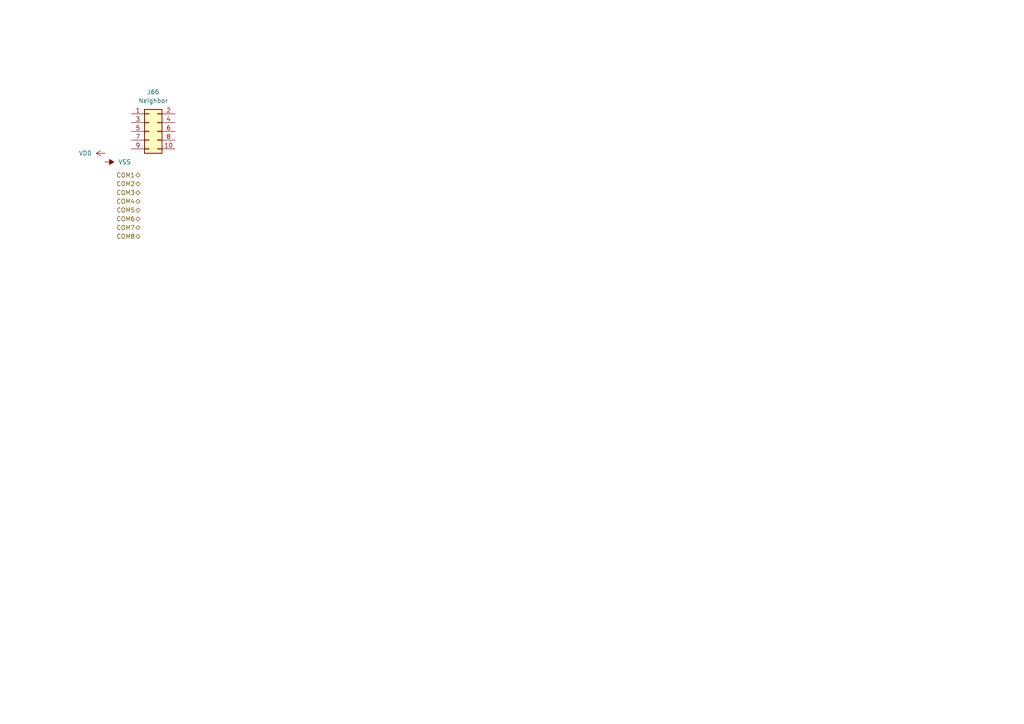
<source format=kicad_sch>
(kicad_sch (version 20231120) (generator "eeschema") (generator_version "8.0")
  (paper "A4")
  (lib_symbols
    (symbol "Connector_Generic:Conn_02x05_Odd_Even" (pin_names (offset 1.016) hide)
      (property "Reference" "J" (at 1.27 7.62 0))
      (property "Value" "Conn_02x05_Odd_Even" (at 1.27 -7.62 0))
      (symbol "Conn_02x05_Odd_Even_1_1"
        (rectangle (start -1.27 -4.953) (end 0 -5.207) (stroke (width 0.1524)))
        (rectangle (start -1.27 -2.413) (end 0 -2.667) (stroke (width 0.1524)))
        (rectangle (start -1.27 0.127) (end 0 -0.127) (stroke (width 0.1524)))
        (rectangle (start -1.27 2.667) (end 0 2.413) (stroke (width 0.1524)))
        (rectangle (start -1.27 5.207) (end 0 4.953) (stroke (width 0.1524)))
        (rectangle (start -1.27 6.35) (end 3.81 -6.35) (stroke (width 0.254)) (fill (type background)))
        (rectangle (start 3.81 -4.953) (end 2.54 -5.207) (stroke (width 0.1524)))
        (rectangle (start 3.81 -2.413) (end 2.54 -2.667) (stroke (width 0.1524)))
        (rectangle (start 3.81 0.127) (end 2.54 -0.127) (stroke (width 0.1524)))
        (rectangle (start 3.81 2.667) (end 2.54 2.413) (stroke (width 0.1524)))
        (rectangle (start 3.81 5.207) (end 2.54 4.953) (stroke (width 0.1524)))
        (pin passive line (at -5.08 5.08 0) (length 3.81) (name "Pin_1") (number "1"))
        (pin passive line (at 7.62 -5.08 180) (length 3.81) (name "Pin_10") (number "10"))
        (pin passive line (at 7.62 5.08 180) (length 3.81) (name "Pin_2") (number "2"))
        (pin passive line (at -5.08 2.54 0) (length 3.81) (name "Pin_3") (number "3"))
        (pin passive line (at 7.62 2.54 180) (length 3.81) (name "Pin_4") (number "4"))
        (pin passive line (at -5.08 0 0) (length 3.81) (name "Pin_5") (number "5"))
        (pin passive line (at 7.62 0 180) (length 3.81) (name "Pin_6") (number "6"))
        (pin passive line (at -5.08 -2.54 0) (length 3.81) (name "Pin_7") (number "7"))
        (pin passive line (at 7.62 -2.54 180) (length 3.81) (name "Pin_8") (number "8"))
        (pin passive line (at -5.08 -5.08 0) (length 3.81) (name "Pin_9") (number "9"))
      )
    )
    (symbol "power:VDD" (power) (pin_numbers hide) (pin_names (offset 0) hide)
      (property "Value" "VDD" (at 0 3.556 0))
      (symbol "VDD_0_1"
        (polyline (pts (xy -0.762 1.27) (xy 0 2.54)))
        (polyline (pts (xy 0 0) (xy 0 2.54)))
        (polyline (pts (xy 0 2.54) (xy 0.762 1.27)))
      )
      (symbol "VDD_1_1"
        (pin power_in line (at 0 0 90) (length 0) (name "~") (number "1"))
      )
    )
    (symbol "power:VSS" (power) (pin_numbers hide) (pin_names (offset 0) hide)
      (property "Value" "VSS" (at 0 3.556 0))
      (symbol "VSS_0_1"
        (polyline (pts (xy 0 0) (xy 0 2.54)))
        (polyline (pts (xy 0.762 1.27) (xy -0.762 1.27) (xy 0 2.54) (xy 0.762 1.27)) (fill (type outline)))
      )
      (symbol "VSS_1_1"
        (pin power_in line (at 0 0 90) (length 0) (name "~") (number "1"))
      )
    )
  )
  (hierarchical_label "COM3" (shape bidirectional) (at 40.64 55.88 180))
  (hierarchical_label "COM7" (shape bidirectional) (at 40.64 66.04 180))
  (hierarchical_label "COM4" (shape bidirectional) (at 40.64 58.42 180))
  (hierarchical_label "COM8" (shape bidirectional) (at 40.64 68.58 180))
  (hierarchical_label "COM6" (shape bidirectional) (at 40.64 63.5 180))
  (hierarchical_label "COM5" (shape bidirectional) (at 40.64 60.96 180))
  (hierarchical_label "COM1" (shape bidirectional) (at 40.64 50.8 180))
  (hierarchical_label "COM2" (shape bidirectional) (at 40.64 53.34 180))
  (symbol (lib_id "power:VDD") (at 30.48 44.45 90) (unit 1)
    (property "Reference" "#PWR0195" (effects (hide yes)))
    (property "Value" "VDD" (at 26.67 44.4499 90) (effects (justify left)))
    (property "Description" "Power symbol creates a global label with name \"VDD\"" (effects (hide yes)))
    (instances (project "backplane-rev2" (path "" (reference "#PWR0195") (unit 1)) (path "" (reference "#PWR0197") (unit 1)) (path "" (reference "#PWR0199") (unit 1)) (path "" (reference "#PWR0193") (unit 1))))
  )
  (symbol (lib_id "Connector_Generic:Conn_02x05_Odd_Even") (at 43.18 38.1 0) (unit 1)
    (property "Reference" "J66" (at 44.45 26.67 0))
    (property "Value" "Neighbor" (at 44.45 29.21 0))
    (property "Description" "Generic connector, double row, 02x05, odd/even pin numbering scheme (row 1 odd numbers, row 2 even numbers), script generated (kicad-library-utils/schlib/autogen/connector/)" (effects (hide yes)))
    (instances (project "backplane-rev2" (path "" (reference "J66") (unit 1)) (path "" (reference "J67") (unit 1)) (path "" (reference "J68") (unit 1)) (path "" (reference "J65") (unit 1))))
  )
  (symbol (lib_id "power:VSS") (at 30.48 46.99 270) (unit 1)
    (property "Reference" "#PWR0196" (effects (hide yes)))
    (property "Value" "VSS" (at 34.29 46.9899 90) (effects (justify left)))
    (property "Description" "Power symbol creates a global label with name \"VSS\"" (effects (hide yes)))
    (instances (project "backplane-rev2" (path "" (reference "#PWR0196") (unit 1)) (path "" (reference "#PWR0198") (unit 1)) (path "" (reference "#PWR0200") (unit 1)) (path "" (reference "#PWR0194") (unit 1))))
  )
)
</source>
